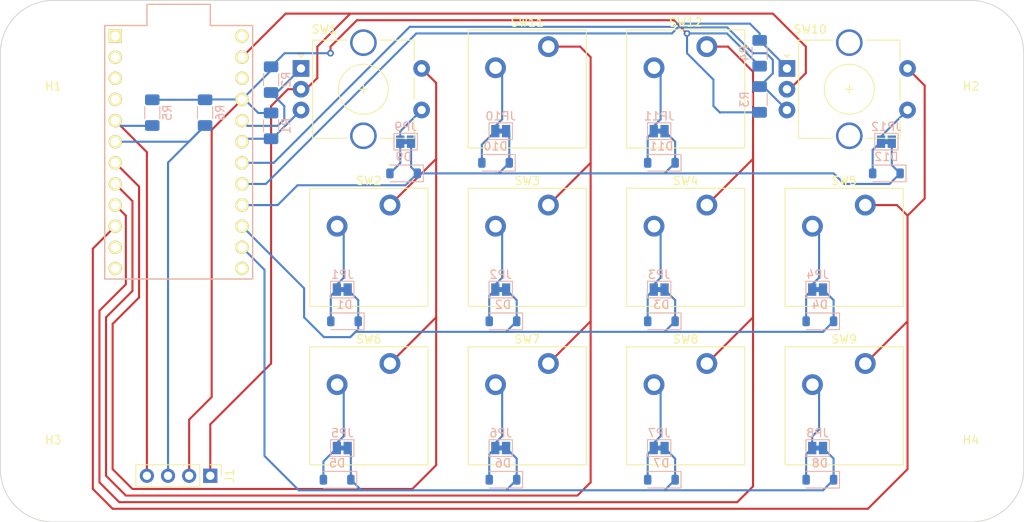
<source format=kicad_pcb>
(kicad_pcb (version 20221018) (generator pcbnew)
  (title_block (title "Macro Pad") (rev "1.0") (comment 1 "Basically complete"))
  (layers (0 "F.Cu" signal) (31 "B.Cu" signal) (34 "B.Paste" user) (35 "F.Paste" user) (36 "B.SilkS" user "B.Silkscreen") (37 "F.SilkS" user "F.Silkscreen") (38 "B.Mask" user) (39 "F.Mask" user) (44 "Edge.Cuts" user))
  (net 0 "")
  (net 1 "ROW1")
  (net 2 "Net-(D1-A)")
  (net 3 "Net-(D2-A)")
  (net 4 "Net-(D3-A)")
  (net 5 "Net-(D4-A)")
  (net 6 "ROW2")
  (net 7 "Net-(D5-A)")
  (net 8 "Net-(D6-A)")
  (net 9 "Net-(D7-A)")
  (net 10 "Net-(D8-A)")
  (net 11 "ROW0")
  (net 12 "Net-(D9-A)")
  (net 13 "Net-(D10-A)")
  (net 14 "Net-(D11-A)")
  (net 15 "Net-(D12-A)")
  (net 16 "GND")
  (net 17 "B1")
  (net 18 "A1")
  (net 19 "COL0")
  (net 20 "COL1")
  (net 21 "COL2")
  (net 22 "COL3")
  (net 23 "B2")
  (net 24 "A2")
  (net 31 "Net-(J1-Pin_3)")
  (net 32 "Net-(J1-Pin_4)")
  (net 34 "+5V")
  (footprint "Switch_Keyboard_Cherry_MX:SW_Cherry_MX_PCB_1.00u" (layer "F.Cu") (at 137.16 68.58)
    (fp_text reference "SW11")
    (fp_text value "SW_SPST")
  )
  (footprint "Switch_Keyboard_Cherry_MX:SW_Cherry_MX_PCB_1.00u" (layer "F.Cu") (at 156.21 106.68)
    (fp_text reference "SW8")
    (fp_text value "SW_SPST")
  )
  (footprint "Connector_PinHeader_2.54mm:PinHeader_1x04_P2.54mm_Vertical" (layer "F.Cu") (at 99.05 115.09375 -90)
    (fp_text reference "J1")
    (fp_text value "i2c display")
  )
  (footprint "Switch_Keyboard_Cherry_MX:SW_Cherry_MX_PCB_1.00u" (layer "F.Cu") (at 156.21 87.63)
    (fp_text reference "SW4")
    (fp_text value "SW_SPST")
  )
  (footprint "Switch_Keyboard_Cherry_MX:SW_Cherry_MX_PCB_1.00u" (layer "F.Cu") (at 118.11 87.63)
    (fp_text reference "SW2")
    (fp_text value "SW_SPST")
  )
  (footprint "Switch_Keyboard_Cherry_MX:SW_Cherry_MX_PCB_1.00u" (layer "F.Cu") (at 175.26 87.63)
    (fp_text reference "SW5")
    (fp_text value "SW_SPST")
  )
  (footprint "MountingHole:MountingHole_2.5mm" (layer "F.Cu") (at 80.16875 64.29375)
    (fp_text reference "H1")
    (fp_text value "MountingHole")
  )
  (footprint "MountingHole:MountingHole_2.5mm" (layer "F.Cu") (at 190.5 64.29375)
    (fp_text reference "H2")
    (fp_text value "MountingHole")
  )
  (footprint "Switch_Keyboard_Cherry_MX:SW_Cherry_MX_PCB_1.00u" (layer "F.Cu") (at 175.26 106.68)
    (fp_text reference "SW9")
    (fp_text value "SW_SPST")
  )
  (footprint "promicro:ProMicro" (layer "F.Cu") (at 95.25 76.2 -90)
    (fp_text reference "U1" hide)
    (fp_text value "ProMicro")
  )
  (footprint "Rotary_Encoder:RotaryEncoder_Alps_EC11E-Switch_Vertical_H20mm_CircularMountingHoles" (layer "F.Cu") (at 109.96 66.12)
    (fp_text reference "SW1")
    (fp_text value "RotaryEncoder_Switch")
  )
  (footprint "MountingHole:MountingHole_2.5mm" (layer "F.Cu") (at 80.16875 114.3)
    (fp_text reference "H3")
    (fp_text value "MountingHole")
  )
  (footprint "Switch_Keyboard_Cherry_MX:SW_Cherry_MX_PCB_1.00u" (layer "F.Cu") (at 137.16 87.63)
    (fp_text reference "SW3")
    (fp_text value "SW_SPST")
  )
  (footprint "Switch_Keyboard_Cherry_MX:SW_Cherry_MX_PCB_1.00u" (layer "F.Cu") (at 118.11 106.68)
    (fp_text reference "SW6")
    (fp_text value "SW_SPST")
  )
  (footprint "MountingHole:MountingHole_2.5mm" (layer "F.Cu") (at 190.5 114.3)
    (fp_text reference "H4")
    (fp_text value "MountingHole")
  )
  (footprint "Rotary_Encoder:RotaryEncoder_Alps_EC11E-Switch_Vertical_H20mm_CircularMountingHoles" (layer "F.Cu") (at 168.38 66.12)
    (fp_text reference "SW10")
    (fp_text value "RotaryEncoder_Switch")
  )
  (footprint "Switch_Keyboard_Cherry_MX:SW_Cherry_MX_PCB_1.00u" (layer "F.Cu") (at 137.16 106.68)
    (fp_text reference "SW7")
    (fp_text value "SW_SPST")
  )
  (footprint "Switch_Keyboard_Cherry_MX:SW_Cherry_MX_PCB_1.00u" (layer "F.Cu") (at 156.21 68.58)
    (fp_text reference "SW12")
    (fp_text value "SW_SPST")
  )
  (footprint "Resistor_SMD:R_1206_3216Metric_Pad1.30x1.75mm_HandSolder" (layer "B.Cu") (at 165.1 69.85 -90)
    (fp_text reference "R3")
    (fp_text value "10K")
  )
  (footprint "Diode_SMD:D_SOD-123" (layer "B.Cu") (at 153.29 115.57 180)
    (fp_text reference "D7")
    (fp_text value "1N4148W")
  )
  (footprint "Jumper:SolderJumper-2_P1.3mm_Bridged_Pad1.0x1.5mm" (layer "B.Cu") (at 133.97 111.76 180)
    (fp_text reference "JP6")
    (fp_text value "Jumper_2_Open")
  )
  (footprint "Jumper:SolderJumper-2_P1.3mm_Bridged_Pad1.0x1.5mm" (layer "B.Cu") (at 114.92 92.71 180)
    (fp_text reference "JP1")
    (fp_text value "Jumper_2_Open")
  )
  (footprint "Diode_SMD:D_SOD-123" (layer "B.Cu") (at 153.29 77.47 180)
    (fp_text reference "D11")
    (fp_text value "1N4148W")
  )
  (footprint "Jumper:SolderJumper-2_P1.3mm_Bridged_Pad1.0x1.5mm" (layer "B.Cu") (at 180.34 74.93 180)
    (fp_text reference "JP12")
    (fp_text value "Jumper_2_Open")
  )
  (footprint "Diode_SMD:D_SOD-123" (layer "B.Cu") (at 134.24 115.57 180)
    (fp_text reference "D6")
    (fp_text value "1N4148W")
  )
  (footprint "Jumper:SolderJumper-2_P1.3mm_Bridged_Pad1.0x1.5mm" (layer "B.Cu") (at 172.07 111.76 180)
    (fp_text reference "JP8")
    (fp_text value "Jumper_2_Open")
  )
  (footprint "Diode_SMD:D_SOD-123" (layer "B.Cu") (at 122.3 78.74 180)
    (fp_text reference "D9")
    (fp_text value "1N4148W")
  )
  (footprint "Jumper:SolderJumper-2_P1.3mm_Bridged_Pad1.0x1.5mm" (layer "B.Cu") (at 133.97 73.66 180)
    (fp_text reference "JP10")
    (fp_text value "Jumper_2_Open")
  )
  (footprint "Diode_SMD:D_SOD-123" (layer "B.Cu") (at 153.29 96.52 180)
    (fp_text reference "D3")
    (fp_text value "1N4148W")
  )
  (footprint "Resistor_SMD:R_1206_3216Metric_Pad1.30x1.75mm_HandSolder" (layer "B.Cu") (at 106.3625 67.46875 90)
    (fp_text reference "R2")
    (fp_text value "10K")
  )
  (footprint "Resistor_SMD:R_1206_3216Metric_Pad1.30x1.75mm_HandSolder" (layer "B.Cu") (at 92.075 71.4375 90)
    (fp_text reference "R5")
    (fp_text value "10K")
  )
  (footprint "Resistor_SMD:R_1206_3216Metric_Pad1.30x1.75mm_HandSolder" (layer "B.Cu") (at 98.425 71.4375 90)
    (fp_text reference "R6")
    (fp_text value "10K")
  )
  (footprint "Jumper:SolderJumper-2_P1.3mm_Bridged_Pad1.0x1.5mm" (layer "B.Cu") (at 153.02 92.71 180)
    (fp_text reference "JP3")
    (fp_text value "Jumper_2_Open")
  )
  (footprint "Diode_SMD:D_SOD-123" (layer "B.Cu") (at 114.3 115.57 180)
    (fp_text reference "D5")
    (fp_text value "1N4148W")
  )
  (footprint "Diode_SMD:D_SOD-123" (layer "B.Cu") (at 172.34 96.52 180)
    (fp_text reference "D4")
    (fp_text value "1N4148W")
  )
  (footprint "Jumper:SolderJumper-2_P1.3mm_Bridged_Pad1.0x1.5mm" (layer "B.Cu") (at 122.54 74.93 180)
    (fp_text reference "JP9")
    (fp_text value "Jumper_2_Open")
  )
  (footprint "Diode_SMD:D_SOD-123" (layer "B.Cu") (at 133.35 77.47 180)
    (fp_text reference "D10")
    (fp_text value "1N4148W")
  )
  (footprint "Jumper:SolderJumper-2_P1.3mm_Bridged_Pad1.0x1.5mm" (layer "B.Cu") (at 133.97 92.71 180)
    (fp_text reference "JP2")
    (fp_text value "Jumper_2_Open")
  )
  (footprint "Jumper:SolderJumper-2_P1.3mm_Bridged_Pad1.0x1.5mm" (layer "B.Cu") (at 114.92 111.76 180)
    (fp_text reference "JP5")
    (fp_text value "Jumper_2_Open")
  )
  (footprint "Jumper:SolderJumper-2_P1.3mm_Bridged_Pad1.0x1.5mm" (layer "B.Cu") (at 153.02 111.76 180)
    (fp_text reference "JP7")
    (fp_text value "Jumper_2_Open")
  )
  (footprint "Diode_SMD:D_SOD-123" (layer "B.Cu") (at 115.19 96.52 180)
    (fp_text reference "D1")
    (fp_text value "1N4148W")
  )
  (footprint "Diode_SMD:D_SOD-123" (layer "B.Cu") (at 134.24 96.52 180)
    (fp_text reference "D2")
    (fp_text value "1N4148W")
  )
  (footprint "Jumper:SolderJumper-2_P1.3mm_Bridged_Pad1.0x1.5mm" (layer "B.Cu") (at 172.07 92.71 180)
    (fp_text reference "JP4")
    (fp_text value "Jumper_2_Open")
  )
  (footprint "Resistor_SMD:R_1206_3216Metric_Pad1.30x1.75mm_HandSolder" (layer "B.Cu") (at 165.1 64.29375 -90)
    (fp_text reference "R4")
    (fp_text value "10K")
  )
  (footprint "Resistor_SMD:R_1206_3216Metric_Pad1.30x1.75mm_HandSolder" (layer "B.Cu") (at 106.3625 73.025 90)
    (fp_text reference "R1")
    (fp_text value "10K")
  )
  (footprint "Diode_SMD:D_SOD-123" (layer "B.Cu") (at 180.34 78.74 180)
    (fp_text reference "D12")
    (fp_text value "1N4148W")
  )
  (footprint "Diode_SMD:D_SOD-123" (layer "B.Cu") (at 172.34 115.57 180)
    (fp_text reference "D8")
    (fp_text value "1N4148W")
  )
  (footprint "Jumper:SolderJumper-2_P1.3mm_Bridged_Pad1.0x1.5mm" (layer "B.Cu") (at 153.02 73.66 180)
    (fp_text reference "JP11")
    (fp_text value "Jumper_2_Open")
  )
  (gr_arc (start 73.81875 64.29375) (mid 75.678622 59.803622) (end 80.16875 57.94375) (stroke (width 0.1)) (layer "Edge.Cuts"))
  (gr_line (start 73.81875 114.3) (end 73.81875 64.29375) (stroke (width 0.1)) (layer "Edge.Cuts"))
  (gr_line (start 80.16875 120.65) (end 190.5 120.65) (stroke (width 0.1)) (layer "Edge.Cuts"))
  (gr_line (start 196.85 114.3) (end 196.85 64.29375) (stroke (width 0.1)) (layer "Edge.Cuts"))
  (gr_line (start 80.16875 57.94375) (end 190.5 57.94375) (stroke (width 0.1)) (layer "Edge.Cuts"))
  (gr_arc (start 196.85 114.3) (mid 194.990128 118.790128) (end 190.5 120.65) (stroke (width 0.1)) (layer "Edge.Cuts"))
  (gr_arc (start 80.16875 120.65) (mid 75.678622 118.790128) (end 73.81875 114.3) (stroke (width 0.1)) (layer "Edge.Cuts"))
  (gr_arc (start 190.5 57.94375) (mid 194.990128 59.803622) (end 196.85 64.29375) (stroke (width 0.1)) (layer "Edge.Cuts"))
  (segment (start 116.84 96.52) (end 116.84 97.4725) (width 0.25) (layer "B.Cu") (net 1))
  (segment (start 110.33125 92.55125) (end 102.87 85.09) (width 0.25) (layer "B.Cu") (net 1))
  (segment (start 154.94 96.52) (end 154.94 93.98) (width 0.25) (layer "B.Cu") (net 1))
  (segment (start 115.8875 98.425) (end 112.7125 98.425) (width 0.25) (layer "B.Cu") (net 1))
  (segment (start 153.67 97.79) (end 154.94 96.52) (width 0.25) (layer "B.Cu") (net 1))
  (segment (start 173.99 96.52) (end 172.72 97.79) (width 0.25) (layer "B.Cu") (net 1))
  (segment (start 116.84 96.52) (end 116.84 93.98) (width 0.25) (layer "B.Cu") (net 1))
  (segment (start 110.33125 96.04375) (end 110.33125 92.55125) (width 0.25) (layer "B.Cu") (net 1))
  (segment (start 135.89 93.98) (end 134.62 92.71) (width 0.25) (layer "B.Cu") (net 1))
  (segment (start 116.5225 97.79) (end 115.8875 98.425) (width 0.25) (layer "B.Cu") (net 1))
  (segment (start 116.84 97.4725) (end 115.8875 98.425) (width 0.25) (layer "B.Cu") (net 1))
  (segment (start 116.84 93.98) (end 115.57 92.71) (width 0.25) (layer "B.Cu") (net 1))
  (segment (start 135.89 96.52) (end 135.89 93.98) (width 0.25) (layer "B.Cu") (net 1))
  (segment (start 173.99 96.52) (end 173.99 93.98) (width 0.25) (layer "B.Cu") (net 1))
  (segment (start 172.72 97.79) (end 153.67 97.79) (width 0.25) (layer "B.Cu") (net 1))
  (segment (start 134.62 97.79) (end 116.5225 97.79) (width 0.25) (layer "B.Cu") (net 1))
  (segment (start 134.62 97.79) (end 135.89 96.52) (width 0.25) (layer "B.Cu") (net 1))
  (segment (start 173.99 93.98) (end 172.72 92.71) (width 0.25) (layer "B.Cu") (net 1))
  (segment (start 153.67 97.79) (end 134.62 97.79) (width 0.25) (layer "B.Cu") (net 1))
  (segment (start 112.7125 98.425) (end 110.33125 96.04375) (width 0.25) (layer "B.Cu") (net 1))
  (segment (start 154.94 93.98) (end 153.67 92.71) (width 0.25) (layer "B.Cu") (net 1))
  (segment (start 115.09375 91.28125) (end 115.09375 85.88375) (width 0.25) (layer "B.Cu") (net 2))
  (segment (start 113.54 96.52) (end 113.54 93.44) (width 0.25) (layer "B.Cu") (net 2))
  (segment (start 114.27 92.105) (end 115.09375 91.28125) (width 0.25) (layer "B.Cu") (net 2))
  (segment (start 115.09375 85.88375) (end 114.3 85.09) (width 0.25) (layer "B.Cu") (net 2))
  (segment (start 113.54 93.44) (end 114.27 92.71) (width 0.25) (layer "B.Cu") (net 2))
  (segment (start 114.27 92.71) (end 114.27 92.105) (width 0.25) (layer "B.Cu") (net 2))
  (segment (start 133.32 92.105) (end 134.14375 91.28125) (width 0.25) (layer "B.Cu") (net 3))
  (segment (start 134.14375 85.88375) (end 133.35 85.09) (width 0.25) (layer "B.Cu") (net 3))
  (segment (start 132.59 93.44) (end 133.32 92.71) (width 0.25) (layer "B.Cu") (net 3))
  (segment (start 134.14375 91.28125) (end 134.14375 85.88375) (width 0.25) (layer "B.Cu") (net 3))
  (segment (start 133.32 92.71) (end 133.32 92.105) (width 0.25) (layer "B.Cu") (net 3))
  (segment (start 132.59 96.52) (end 132.59 93.44) (width 0.25) (layer "B.Cu") (net 3))
  (segment (start 153.19375 85.88375) (end 152.4 85.09) (width 0.25) (layer "B.Cu") (net 4))
  (segment (start 151.64 93.44) (end 152.37 92.71) (width 0.25) (layer "B.Cu") (net 4))
  (segment (start 151.64 96.52) (end 151.64 93.44) (width 0.25) (layer "B.Cu") (net 4))
  (segment (start 153.19375 91.28125) (end 153.19375 85.88375) (width 0.25) (layer "B.Cu") (net 4))
  (segment (start 152.37 92.71) (end 152.37 92.105) (width 0.25) (layer "B.Cu") (net 4))
  (segment (start 152.37 92.105) (end 153.19375 91.28125) (width 0.25) (layer "B.Cu") (net 4))
  (segment (start 171.42 92.105) (end 172.24375 91.28125) (width 0.25) (layer "B.Cu") (net 5))
  (segment (start 171.42 92.71) (end 171.42 92.105) (width 0.25) (layer "B.Cu") (net 5))
  (segment (start 170.69 93.44) (end 171.42 92.71) (width 0.25) (layer "B.Cu") (net 5))
  (segment (start 170.69 96.52) (end 170.69 93.44) (width 0.25) (layer "B.Cu") (net 5))
  (segment (start 172.24375 85.88375) (end 171.45 85.09) (width 0.25) (layer "B.Cu") (net 5))
  (segment (start 172.24375 91.28125) (end 172.24375 85.88375) (width 0.25) (layer "B.Cu") (net 5))
  (segment (start 115.95 112.14) (end 115.57 111.76) (width 0.25) (layer "B.Cu") (net 6))
  (segment (start 153.67 116.84) (end 154.94 115.57) (width 0.25) (layer "B.Cu") (net 6))
  (segment (start 105.56875 112.7125) (end 105.56875 90.32875) (width 0.25) (layer "B.Cu") (net 6))
  (segment (start 135.89 115.57) (end 135.89 113.03) (width 0.25) (layer "B.Cu") (net 6))
  (segment (start 135.89 115.57) (end 134.62 116.84) (width 0.25) (layer "B.Cu") (net 6))
  (segment (start 117.22 116.84) (end 115.95 115.57) (width 0.25) (layer "B.Cu") (net 6))
  (segment (start 115.95 115.57) (end 115.95 112.14) (width 0.25) (layer "B.Cu") (net 6))
  (segment (start 153.67 116.84) (end 134.62 116.84) (width 0.25) (layer "B.Cu") (net 6))
  (segment (start 117.22 116.84) (end 109.69625 116.84) (width 0.25) (layer "B.Cu") (net 6))
  (segment (start 134.62 116.84) (end 117.22 116.84) (width 0.25) (layer "B.Cu") (net 6))
  (segment (start 135.89 113.03) (end 134.62 111.76) (width 0.25) (layer "B.Cu") (net 6))
  (segment (start 109.69625 116.84) (end 105.56875 112.7125) (width 0.25) (layer "B.Cu") (net 6))
  (segment (start 103.1875 87.3125) (end 102.87 87.63) (width 0.25) (layer "B.Cu") (net 6))
  (segment (start 173.99 115.57) (end 172.72 116.84) (width 0.25) (layer "B.Cu") (net 6))
  (segment (start 172.72 116.84) (end 153.67 116.84) (width 0.25) (layer "B.Cu") (net 6))
  (segment (start 173.99 113.03) (end 172.72 111.76) (width 0.25) (layer "B.Cu") (net 6))
  (segment (start 173.99 115.57) (end 173.99 113.03) (width 0.25) (layer "B.Cu") (net 6))
  (segment (start 154.94 113.03) (end 153.67 111.76) (width 0.25) (layer "B.Cu") (net 6))
  (segment (start 154.94 115.57) (end 154.94 113.03) (width 0.25) (layer "B.Cu") (net 6))
  (segment (start 105.56875 90.32875) (end 102.87 87.63) (width 0.25) (layer "B.Cu") (net 6))
  (segment (start 112.65 115.57) (end 112.65 113.38) (width 0.25) (layer "B.Cu") (net 7))
  (segment (start 114.27 111.76) (end 114.27 111.155) (width 0.25) (layer "B.Cu") (net 7))
  (segment (start 115.09375 110.33125) (end 115.09375 104.93375) (width 0.25) (layer "B.Cu") (net 7))
  (segment (start 112.65 113.38) (end 114.27 111.76) (width 0.25) (layer "B.Cu") (net 7))
  (segment (start 114.27 111.155) (end 115.09375 110.33125) (width 0.25) (layer "B.Cu") (net 7))
  (segment (start 115.09375 104.93375) (end 114.3 104.14) (width 0.25) (layer "B.Cu") (net 7))
  (segment (start 114.27 111.76) (end 114.3 111.76) (width 0.25) (layer "B.Cu") (net 7))
  (segment (start 134.14375 104.93375) (end 133.35 104.14) (width 0.25) (layer "B.Cu") (net 8))
  (segment (start 134.14375 110.33125) (end 134.14375 104.93375) (width 0.25) (layer "B.Cu") (net 8))
  (segment (start 133.32 111.76) (end 133.32 111.155) (width 0.25) (layer "B.Cu") (net 8))
  (segment (start 133.32 111.155) (end 134.14375 110.33125) (width 0.25) (layer "B.Cu") (net 8))
  (segment (start 132.59 112.49) (end 133.32 111.76) (width 0.25) (layer "B.Cu") (net 8))
  (segment (start 132.59 115.57) (end 132.59 112.49) (width 0.25) (layer "B.Cu") (net 8))
  (segment (start 153.19375 110.33125) (end 153.19375 104.93375) (width 0.25) (layer "B.Cu") (net 9))
  (segment (start 153.19375 104.93375) (end 152.4 104.14) (width 0.25) (layer "B.Cu") (net 9))
  (segment (start 152.37 111.76) (end 152.37 111.155) (width 0.25) (layer "B.Cu") (net 9))
  (segment (start 152.37 111.155) (end 153.19375 110.33125) (width 0.25) (layer "B.Cu") (net 9))
  (segment (start 151.64 112.49) (end 152.37 111.76) (width 0.25) (layer "B.Cu") (net 9))
  (segment (start 151.64 115.57) (end 151.64 112.49) (width 0.25) (layer "B.Cu") (net 9))
  (segment (start 171.42 111.76) (end 171.42 110.36125) (width 0.25) (layer "B.Cu") (net 10))
  (segment (start 170.69 112.49) (end 171.42 111.76) (width 0.25) (layer "B.Cu") (net 10))
  (segment (start 170.69 115.57) (end 170.69 112.49) (width 0.25) (layer "B.Cu") (net 10))
  (segment (start 172.24375 109.5375) (end 172.24375 104.93375) (width 0.25) (layer "B.Cu") (net 10))
  (segment (start 171.42 110.36125) (end 172.24375 109.5375) (width 0.25) (layer "B.Cu") (net 10))
  (segment (start 172.24375 104.93375) (end 171.45 104.14) (width 0.25) (layer "B.Cu") (net 10))
  (segment (start 107.15625 82.55) (end 102.87 82.55) (width 0.25) (layer "B.Cu") (net 11))
  (segment (start 154.94 77.47) (end 154.94 74.93) (width 0.25) (layer "B.Cu") (net 11))
  (segment (start 153.67 78.74) (end 154.94 77.47) (width 0.25) (layer "B.Cu") (net 11))
  (segment (start 109.5375 80.16875) (end 107.15625 82.55) (width 0.25) (layer "B.Cu") (net 11))
  (segment (start 135 74.04) (end 134.62 73.66) (width 0.25) (layer "B.Cu") (net 11))
  (segment (start 123.19 74.93) (end 123.19 77.98) (width 0.25) (layer "B.Cu") (net 11))
  (segment (start 123.19 77.98) (end 123.95 78.74) (width 0.25) (layer "B.Cu") (net 11))
  (segment (start 180.99 77.74) (end 181.99 78.74) (width 0.25) (layer "B.Cu") (net 11))
  (segment (start 180.72 80.01) (end 181.99 78.74) (width 0.25) (layer "B.Cu") (net 11))
  (segment (start 133.35 78.74) (end 133.73 78.74) (width 0.25) (layer "B.Cu") (net 11))
  (segment (start 133.35 78.74) (end 153.67 78.74) (width 0.25) (layer "B.Cu") (net 11))
  (segment (start 123.95 78.74) (end 133.35 78.74) (width 0.25) (layer "B.Cu") (net 11))
  (segment (start 154.94 74.93) (end 153.67 73.66) (width 0.25) (layer "B.Cu") (net 11))
  (segment (start 175.26 80.01) (end 180.72 80.01) (width 0.25) (layer "B.Cu") (net 11))
  (segment (start 173.99 78.74) (end 153.67 78.74) (width 0.25) (layer "B.Cu") (net 11))
  (segment (start 123.95 78.74) (end 122.52125 80.16875) (width 0.25) (layer "B.Cu") (net 11))
  (segment (start 135 77.47) (end 135 74.04) (width 0.25) (layer "B.Cu") (net 11))
  (segment (start 175.26 80.01) (end 173.99 78.74) (width 0.25) (layer "B.Cu") (net 11))
  (segment (start 180.99 74.93) (end 180.99 77.74) (width 0.25) (layer "B.Cu") (net 11))
  (segment (start 133.73 78.74) (end 135 77.47) (width 0.25) (layer "B.Cu") (net 11))
  (segment (start 122.52125 80.16875) (end 109.5375 80.16875) (width 0.25) (layer "B.Cu") (net 11))
  (segment (start 121.89 74.93) (end 121.89 77.5) (width 0.25) (layer "B.Cu") (net 12))
  (segment (start 121.89 73.69) (end 124.46 71.12) (width 0.25) (layer "B.Cu") (net 12))
  (segment (start 121.89 74.93) (end 121.89 73.69) (width 0.25) (layer "B.Cu") (net 12))
  (segment (start 121.89 77.5) (end 120.65 78.74) (width 0.25) (layer "B.Cu") (net 12))
  (segment (start 131.7 77.47) (end 131.7 75.28) (width 0.25) (layer "B.Cu") (net 13))
  (segment (start 134.14375 66.83375) (end 133.35 66.04) (width 0.25) (layer "B.Cu") (net 13))
  (segment (start 134.14375 72.23125) (end 134.14375 66.83375) (width 0.25) (layer "B.Cu") (net 13))
  (segment (start 133.32 73.66) (end 133.32 73.055) (width 0.25) (layer "B.Cu") (net 13))
  (segment (start 133.32 73.055) (end 134.14375 72.23125) (width 0.25) (layer "B.Cu") (net 13))
  (segment (start 131.7 75.28) (end 133.32 73.66) (width 0.25) (layer "B.Cu") (net 13))
  (segment (start 152.37 73.66) (end 152.37 73.055) (width 0.25) (layer "B.Cu") (net 14))
  (segment (start 152.37 73.055) (end 153.19375 72.23125) (width 0.25) (layer "B.Cu") (net 14))
  (segment (start 153.19375 72.23125) (end 153.19375 66.83375) (width 0.25) (layer "B.Cu") (net 14))
  (segment (start 151.64 77.47) (end 151.64 74.39) (width 0.25) (layer "B.Cu") (net 14))
  (segment (start 151.64 74.39) (end 152.37 73.66) (width 0.25) (layer "B.Cu") (net 14))
  (segment (start 153.19375 66.83375) (end 152.4 66.04) (width 0.25) (layer "B.Cu") (net 14))
  (segment (start 179.69 74.31) (end 182.88 71.12) (width 0.25) (layer "B.Cu") (net 15))
  (segment (start 178.69 78.74) (end 178.69 75.93) (width 0.25) (layer "B.Cu") (net 15))
  (segment (start 179.69 74.93) (end 179.69 74.31) (width 0.25) (layer "B.Cu") (net 15))
  (segment (start 178.69 75.93) (end 179.69 74.93) (width 0.25) (layer "B.Cu") (net 15))
  (segment (start 115.8875 59.53125) (end 166.6875 59.53125) (width 0.25) (layer "F.Cu") (net 16))
  (segment (start 99.05 115.09375) (end 99.05 108.9125) (width 0.25) (layer "F.Cu") (net 16))
  (segment (start 111.91875 63.5) (end 115.8875 59.53125) (width 0.25) (layer "F.Cu") (net 16))
  (segment (start 168.71125 68.62) (end 168.38 68.62) (width 0.25) (layer "F.Cu") (net 16))
  (segment (start 108.38625 68.62) (end 109.96 68.62) (width 0.25) (layer "F.Cu") (net 16))
  (segment (start 111.91875 67.27) (end 111.91875 63.5) (width 0.25) (layer "F.Cu") (net 16))
  (segment (start 109.96 68.62) (end 110.56875 68.62) (width 0.25) (layer "F.Cu") (net 16))
  (segment (start 170.65625 63.5) (end 170.65625 66.675) (width 0.25) (layer "F.Cu") (net 16))
  (segment (start 166.6875 59.53125) (end 170.65625 63.5) (width 0.25) (layer "F.Cu") (net 16))
  (segment (start 110.56875 68.62) (end 111.91875 67.27) (width 0.25) (layer "F.Cu") (net 16))
  (segment (start 102.87 64.77) (end 108.10875 59.53125) (width 0.25) (layer "F.Cu") (net 16))
  (segment (start 170.65625 66.675) (end 168.71125 68.62) (width 0.25) (layer "F.Cu") (net 16))
  (segment (start 108.10875 59.53125) (end 115.8875 59.53125) (width 0.25) (layer "F.Cu") (net 16))
  (segment (start 106.3625 101.6) (end 106.3625 70.64375) (width 0.25) (layer "F.Cu") (net 16))
  (segment (start 106.3625 70.64375) (end 108.38625 68.62) (width 0.25) (layer "F.Cu") (net 16))
  (segment (start 99.05 108.9125) (end 106.3625 101.6) (width 0.25) (layer "F.Cu") (net 16))
  (segment (start 106.505 74.575) (end 109.96 71.12) (width 0.25) (layer "B.Cu") (net 17))
  (segment (start 103.225 74.575) (end 102.87 74.93) (width 0.25) (layer "B.Cu") (net 17))
  (segment (start 106.3625 74.575) (end 106.505 74.575) (width 0.25) (layer "B.Cu") (net 17))
  (segment (start 106.3625 74.575) (end 103.225 74.575) (width 0.25) (layer "B.Cu") (net 17))
  (segment (start 106.3625 69.05625) (end 107.95 70.64375) (width 0.25) (layer "B.Cu") (net 18))
  (segment (start 107.95 70.64375) (end 107.95 72.23125) (width 0.25) (layer "B.Cu") (net 18))
  (segment (start 106.3625 69.01875) (end 106.320625 69.01875) (width 0.25) (layer "B.Cu") (net 18))
  (segment (start 107.95 72.23125) (end 107.15625 73.025) (width 0.25) (layer "B.Cu") (net 18))
  (segment (start 106.3625 69.01875) (end 106.3625 69.05625) (width 0.25) (layer "B.Cu") (net 18))
  (segment (start 107.06125 69.01875) (end 109.96 66.12) (width 0.25) (layer "B.Cu") (net 18))
  (segment (start 102.949375 72.39) (end 102.87 72.39) (width 0.25) (layer "B.Cu") (net 18))
  (segment (start 107.15625 73.025) (end 103.505 73.025) (width 0.25) (layer "B.Cu") (net 18))
  (segment (start 106.3625 69.01875) (end 107.06125 69.01875) (width 0.25) (layer "B.Cu") (net 18))
  (segment (start 103.505 73.025) (end 102.87 72.39) (width 0.25) (layer "B.Cu") (net 18))
  (segment (start 87.3125 114.3) (end 87.3125 96.8375) (width 0.25) (layer "F.Cu") (net 19))
  (segment (start 87.3125 96.8375) (end 90.4875 93.6625) (width 0.25) (layer "F.Cu") (net 19))
  (segment (start 126.20625 96.04375) (end 126.20625 113.82375) (width 0.25) (layer "F.Cu") (net 19))
  (segment (start 89.69375 116.68125) (end 87.3125 114.3) (width 0.25) (layer "F.Cu") (net 19))
  (segment (start 90.4875 93.6625) (end 90.4875 80.3275) (width 0.25) (layer "F.Cu") (net 19))
  (segment (start 120.65 82.55) (end 126.20625 76.99375) (width 0.25) (layer "F.Cu") (net 19))
  (segment (start 90.4875 80.3275) (end 87.63 77.47) (width 0.25) (layer "F.Cu") (net 19))
  (segment (start 123.34875 116.68125) (end 89.69375 116.68125) (width 0.25) (layer "F.Cu") (net 19))
  (segment (start 124.46 66.12) (end 126.20625 67.86625) (width 0.25) (layer "F.Cu") (net 19))
  (segment (start 126.20625 76.99375) (end 126.20625 96.04375) (width 0.25) (layer "F.Cu") (net 19))
  (segment (start 120.65 101.6) (end 126.20625 96.04375) (width 0.25) (layer "F.Cu") (net 19))
  (segment (start 126.20625 67.86625) (end 126.20625 76.99375) (width 0.25) (layer "F.Cu") (net 19))
  (segment (start 126.20625 113.82375) (end 123.34875 116.68125) (width 0.25) (layer "F.Cu") (net 19))
  (segment (start 86.51875 115.09375) (end 86.51875 96.04375) (width 0.25) (layer "F.Cu") (net 20))
  (segment (start 144.78 77.47) (end 144.78 96.52) (width 0.25) (layer "F.Cu") (net 20))
  (segment (start 88.9 117.475) (end 86.51875 115.09375) (width 0.25) (layer "F.Cu") (net 20))
  (segment (start 86.51875 96.04375) (end 89.69375 92.86875) (width 0.25) (layer "F.Cu") (net 20))
  (segment (start 139.7 63.5) (end 143.51 63.5) (width 0.25) (layer "F.Cu") (net 20))
  (segment (start 89.69375 82.07375) (end 87.63 80.01) (width 0.25) (layer "F.Cu") (net 20))
  (segment (start 89.69375 92.86875) (end 89.69375 82.07375) (width 0.25) (layer "F.Cu") (net 20))
  (segment (start 143.1925 117.475) (end 88.9 117.475) (width 0.25) (layer "F.Cu") (net 20))
  (segment (start 144.78 96.52) (end 144.78 115.8875) (width 0.25) (layer "F.Cu") (net 20))
  (segment (start 144.78 64.77) (end 144.78 77.47) (width 0.25) (layer "F.Cu") (net 20))
  (segment (start 144.78 77.47) (end 139.7 82.55) (width 0.25) (layer "F.Cu") (net 20))
  (segment (start 144.78 96.52) (end 139.7 101.6) (width 0.25) (layer "F.Cu") (net 20))
  (segment (start 144.78 115.8875) (end 143.1925 117.475) (width 0.25) (layer "F.Cu") (net 20))
  (segment (start 143.51 63.5) (end 144.78 64.77) (width 0.25) (layer "F.Cu") (net 20))
  (segment (start 164.30625 76.99375) (end 164.30625 76.2) (width 0.25) (layer "F.Cu") (net 21))
  (segment (start 85.725 95.25) (end 88.9 92.075) (width 0.25) (layer "F.Cu") (net 21))
  (segment (start 164.30625 76.2) (end 164.30625 96.04375) (width 0.25) (layer "F.Cu") (net 21))
  (segment (start 158.75 63.5) (end 161.29 63.5) (width 0.25) (layer "F.Cu") (net 21))
  (segment (start 164.30625 116.36375) (end 162.40125 118.26875) (width 0.25) (layer "F.Cu") (net 21))
  (segment (start 158.75 82.55) (end 164.30625 76.99375) (width 0.25) (layer "F.Cu") (net 21))
  (segment (start 88.9 83.82) (end 87.63 82.55) (width 0.25) (layer "F.Cu") (net 21))
  (segment (start 162.40125 118.26875) (end 88.10625 118.26875) (width 0.25) (layer "F.Cu") (net 21))
  (segment (start 85.725 115.8875) (end 85.725 95.25) (width 0.25) (layer "F.Cu") (net 21))
  (segment (start 158.75 101.6) (end 164.30625 96.04375) (width 0.25) (layer "F.Cu") (net 21))
  (segment (start 88.10625 118.26875) (end 85.725 115.8875) (width 0.25) (layer "F.Cu") (net 21))
  (segment (start 88.9 92.075) (end 88.9 83.82) (width 0.25) (layer "F.Cu") (net 21))
  (segment (start 161.29 63.5) (end 164.30625 66.51625) (width 0.25) (layer "F.Cu") (net 21))
  (segment (start 164.30625 96.04375) (end 164.30625 116.36375) (width 0.25) (layer "F.Cu") (net 21))
  (segment (start 164.30625 66.51625) (end 164.30625 76.2) (width 0.25) (layer "F.Cu") (net 21))
  (segment (start 164.30625 104.61625) (end 164.30625 104.775) (width 0.25) (layer "F.Cu") (net 21))
  (segment (start 181.61 82.55) (end 182.88 83.82) (width 0.25) (layer "F.Cu") (net 22))
  (segment (start 184.94375 68.18375) (end 182.88 66.12) (width 0.25) (layer "F.Cu") (net 22))
  (segment (start 182.88 96.52) (end 177.8 101.6) (width 0.25) (layer "F.Cu") (net 22))
  (segment (start 182.88 96.52) (end 182.88 114.3) (width 0.25) (layer "F.Cu") (net 22))
  (segment (start 84.93125 116.68125) (end 84.93125 87.78875) (width 0.25) (layer "F.Cu") (net 22))
  (segment (start 182.88 83.82) (end 184.94375 81.75625) (width 0.25) (layer "F.Cu") (net 22))
  (segment (start 184.94375 81.75625) (end 184.94375 68.18375) (width 0.25) (layer "F.Cu") (net 22))
  (segment (start 87.3125 119.0625) (end 84.93125 116.68125) (width 0.25) (layer "F.Cu") (net 22))
  (segment (start 178.1175 119.0625) (end 87.3125 119.0625) (width 0.25) (layer "F.Cu") (net 22))
  (segment (start 84.93125 87.78875) (end 87.63 85.09) (width 0.25) (layer "F.Cu") (net 22))
  (segment (start 182.88 114.3) (end 178.1175 119.0625) (width 0.25) (layer "F.Cu") (net 22))
  (segment (start 182.88 83.82) (end 182.88 96.52) (width 0.25) (layer "F.Cu") (net 22))
  (segment (start 177.8 82.55) (end 181.61 82.55) (width 0.25) (layer "F.Cu") (net 22))
  (segment (start 105.7275 80.01) (end 102.87 80.01) (width 0.25) (layer "B.Cu") (net 23))
  (segment (start 161.2 61.1875) (end 155.274695 61.1875) (width 0.25) (layer "B.Cu") (net 23))
  (segment (start 165.89375 64.29375) (end 164.30625 64.29375) (width 0.25) (layer "B.Cu") (net 23))
  (segment (start 165.56 68.3) (end 165.1 68.3) (width 0.25) (layer "B.Cu") (net 23))
  (segment (start 166.6875 65.0875) (end 165.89375 64.29375) (width 0.25) (layer "B.Cu") (net 23))
  (segment (start 155.274695 61.1875) (end 154.549695 61.9125) (width 0.25) (layer "B.Cu") (net 23))
  (segment (start 168.38 71.12) (end 165.56 68.3) (width 0.25) (layer "B.Cu") (net 23))
  (segment (start 154.549695 61.9125) (end 123.825 61.9125) (width 0.25) (layer "B.Cu") (net 23))
  (segment (start 165.1 68.3) (end 166.6875 66.7125) (width 0.25) (layer "B.Cu") (net 23))
  (segment (start 123.825 61.9125) (end 105.7275 80.01) (width 0.25) (layer "B.Cu") (net 23))
  (segment (start 166.6875 66.7125) (end 166.6875 65.0875) (width 0.25) (layer "B.Cu") (net 23))
  (segment (start 164.30625 64.29375) (end 161.2 61.1875) (width 0.25) (layer "B.Cu") (net 23))
  (segment (start 165.1 68.3) (end 164.34375 68.3) (width 0.25) (layer "B.Cu") (net 23))
  (segment (start 123.03125 61.11875) (end 106.68 77.47) (width 0.25) (layer "B.Cu") (net 24))
  (segment (start 106.68 77.47) (end 102.87 77.47) (width 0.25) (layer "B.Cu") (net 24))
  (segment (start 155.088299 60.7375) (end 154.707049 61.11875) (width 0.25) (layer "B.Cu") (net 24))
  (segment (start 165.1 62.74375) (end 165.1 61.9125) (width 0.25) (layer "B.Cu") (net 24))
  (segment (start 154.707049 61.11875) (end 123.03125 61.11875) (width 0.25) (layer "B.Cu") (net 24))
  (segment (start 163.925 60.7375) (end 155.088299 60.7375) (width 0.25) (layer "B.Cu") (net 24))
  (segment (start 168.38 66.12) (end 168.38 66.02375) (width 0.25) (layer "B.Cu") (net 24))
  (segment (start 168.38 66.02375) (end 165.1 62.74375) (width 0.25) (layer "B.Cu") (net 24))
  (segment (start 165.1 61.9125) (end 163.925 60.7375) (width 0.25) (layer "B.Cu") (net 24))
  (segment (start 96.4825 74.93) (end 98.425 72.9875) (width 0.25) (layer "B.Cu") (net 31))
  (segment (start 87.63 74.93) (end 96.4825 74.93) (width 0.25) (layer "B.Cu") (net 31))
  (segment (start 93.97 115.09375) (end 93.97 77.4425) (width 0.25) (layer "B.Cu") (net 31))
  (segment (start 93.97 77.4425) (end 98.425 72.9875) (width 0.25) (layer "B.Cu") (net 31))
  (segment (start 91.43 76.19) (end 87.63 72.39) (width 0.25) (layer "F.Cu") (net 32))
  (segment (start 91.43 115.09375) (end 91.43 76.19) (width 0.25) (layer "F.Cu") (net 32))
  (segment (start 88.265 73.025) (end 92.0375 73.025) (width 0.25) (layer "B.Cu") (net 32))
  (segment (start 87.63 72.39) (end 88.265 73.025) (width 0.25) (layer "B.Cu") (net 32))
  (segment (start 92.0375 73.025) (end 92.075 72.9875) (width 0.25) (layer "B.Cu") (net 32))
  (segment (start 113.50625 63.5) (end 113.50625 64.29375) (width 0.25) (layer "F.Cu") (net 34))
  (segment (start 99.21875 73.50125) (end 102.87 69.85) (width 0.25) (layer "F.Cu") (net 34))
  (segment (start 96.51 115.09375) (end 96.51 108.3375) (width 0.25) (layer "F.Cu") (net 34))
  (segment (start 99.21875 105.62875) (end 99.21875 73.50125) (width 0.25) (layer "F.Cu") (net 34))
  (segment (start 96.51 108.3375) (end 99.21875 105.62875) (width 0.25) (layer "F.Cu") (net 34))
  (segment (start 116.68125 60.325) (end 113.50625 63.5) (width 0.25) (layer "F.Cu") (net 34))
  (segment (start 154.78125 60.325) (end 116.68125 60.325) (width 0.25) (layer "F.Cu") (net 34))
  (segment (start 156.36875 61.9125) (end 154.78125 60.325) (width 0.25) (layer "F.Cu") (net 34))
  (via (at 113.50625 64.29375) (size 0.8) (drill 0.4) (layers "F.Cu" "B.Cu") (net 34))
  (via (at 156.36875 61.9125) (size 0.8) (drill 0.4) (layers "F.Cu" "B.Cu") (net 34))
  (segment (start 103.1875 69.85) (end 102.87 69.85) (width 0.25) (layer "B.Cu") (net 34))
  (segment (start 98.425 69.8875) (end 92.075 69.8875) (width 0.25) (layer "B.Cu") (net 34))
  (segment (start 106.56375 66.12) (end 106.3625 65.91875) (width 0.25) (layer "B.Cu") (net 34))
  (segment (start 160.3375 71.4375) (end 160.375 71.4) (width 0.25) (layer "B.Cu") (net 34))
  (segment (start 156.36875 61.9125) (end 161.16875 61.9125) (width 0.25) (layer "B.Cu") (net 34))
  (segment (start 106.3625 66.3575) (end 102.87 69.85) (width 0.25) (layer "B.Cu") (net 34))
  (segment (start 159.54375 70.64375) (end 160.3375 71.4375) (width 0.25) (layer "B.Cu") (net 34))
  (segment (start 106.3625 65.91875) (end 106.3625 66.3575) (width 0.25) (layer "B.Cu") (net 34))
  (segment (start 156.36875 61.9125) (end 156.36875 64.29375) (width 0.25) (layer "B.Cu") (net 34))
  (segment (start 165.37625 66.12) (end 165.1 65.84375) (width 0.25) (layer "B.Cu") (net 34))
  (segment (start 160.375 71.4) (end 165.1 71.4) (width 0.25) (layer "B.Cu") (net 34))
  (segment (start 104.8125 71.475) (end 103.1875 69.85) (width 0.25) (layer "B.Cu") (net 34))
  (segment (start 102.87 69.85) (end 98.4625 69.85) (width 0.25) (layer "B.Cu") (net 34))
  (segment (start 107.9875 64.29375) (end 113.50625 64.29375) (width 0.25) (layer "B.Cu") (net 34))
  (segment (start 106.3625 65.91875) (end 107.9875 64.29375) (width 0.25) (layer "B.Cu") (net 34))
  (segment (start 161.16875 61.9125) (end 165.1 65.84375) (width 0.25) (layer "B.Cu") (net 34))
  (segment (start 159.54375 67.46875) (end 159.54375 70.64375) (width 0.25) (layer "B.Cu") (net 34))
  (segment (start 156.36875 64.29375) (end 159.54375 67.46875) (width 0.25) (layer "B.Cu") (net 34))
  (segment (start 98.4625 69.85) (end 98.425 69.8875) (width 0.25) (layer "B.Cu") (net 34))
  (segment (start 106.3625 71.475) (end 104.8125 71.475) (width 0.25) (layer "B.Cu") (net 34))
)
</source>
